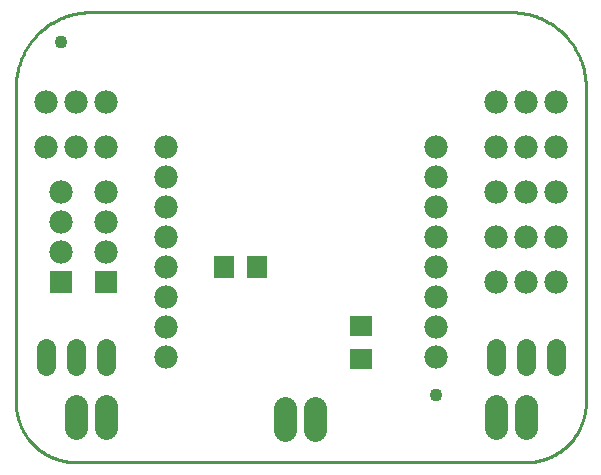
<source format=gts>
G75*
%MOIN*%
%OFA0B0*%
%FSLAX25Y25*%
%IPPOS*%
%LPD*%
%AMOC8*
5,1,8,0,0,1.08239X$1,22.5*
%
%ADD10C,0.01000*%
%ADD11C,0.07800*%
%ADD12R,0.07800X0.07800*%
%ADD13R,0.06699X0.07487*%
%ADD14C,0.07800*%
%ADD15C,0.06400*%
%ADD16R,0.07487X0.06699*%
%ADD17C,0.04337*%
D10*
X0021800Y0011250D02*
X0171800Y0011250D01*
X0172283Y0011256D01*
X0172766Y0011273D01*
X0173249Y0011303D01*
X0173730Y0011343D01*
X0174211Y0011396D01*
X0174690Y0011460D01*
X0175167Y0011535D01*
X0175643Y0011623D01*
X0176116Y0011721D01*
X0176586Y0011831D01*
X0177054Y0011952D01*
X0177519Y0012085D01*
X0177980Y0012229D01*
X0178438Y0012384D01*
X0178892Y0012550D01*
X0179342Y0012727D01*
X0179787Y0012914D01*
X0180228Y0013113D01*
X0180664Y0013321D01*
X0181094Y0013541D01*
X0181520Y0013771D01*
X0181939Y0014011D01*
X0182353Y0014261D01*
X0182760Y0014521D01*
X0183161Y0014790D01*
X0183556Y0015070D01*
X0183943Y0015358D01*
X0184324Y0015657D01*
X0184697Y0015964D01*
X0185062Y0016280D01*
X0185420Y0016605D01*
X0185770Y0016938D01*
X0186112Y0017280D01*
X0186445Y0017630D01*
X0186770Y0017988D01*
X0187086Y0018353D01*
X0187393Y0018726D01*
X0187692Y0019107D01*
X0187980Y0019494D01*
X0188260Y0019889D01*
X0188529Y0020290D01*
X0188789Y0020697D01*
X0189039Y0021111D01*
X0189279Y0021530D01*
X0189509Y0021956D01*
X0189729Y0022386D01*
X0189937Y0022822D01*
X0190136Y0023263D01*
X0190323Y0023708D01*
X0190500Y0024158D01*
X0190666Y0024612D01*
X0190821Y0025070D01*
X0190965Y0025531D01*
X0191098Y0025996D01*
X0191219Y0026464D01*
X0191329Y0026934D01*
X0191427Y0027407D01*
X0191515Y0027883D01*
X0191590Y0028360D01*
X0191654Y0028839D01*
X0191707Y0029320D01*
X0191747Y0029801D01*
X0191777Y0030284D01*
X0191794Y0030767D01*
X0191800Y0031250D01*
X0191800Y0136250D01*
X0191793Y0136854D01*
X0191771Y0137458D01*
X0191734Y0138061D01*
X0191683Y0138663D01*
X0191618Y0139263D01*
X0191538Y0139862D01*
X0191443Y0140459D01*
X0191334Y0141053D01*
X0191211Y0141645D01*
X0191074Y0142233D01*
X0190922Y0142818D01*
X0190756Y0143399D01*
X0190576Y0143975D01*
X0190383Y0144548D01*
X0190175Y0145115D01*
X0189954Y0145677D01*
X0189720Y0146234D01*
X0189472Y0146785D01*
X0189211Y0147330D01*
X0188936Y0147868D01*
X0188649Y0148400D01*
X0188349Y0148924D01*
X0188037Y0149441D01*
X0187712Y0149950D01*
X0187375Y0150452D01*
X0187025Y0150945D01*
X0186664Y0151429D01*
X0186292Y0151905D01*
X0185908Y0152371D01*
X0185513Y0152828D01*
X0185107Y0153275D01*
X0184690Y0153713D01*
X0184263Y0154140D01*
X0183825Y0154557D01*
X0183378Y0154963D01*
X0182921Y0155358D01*
X0182455Y0155742D01*
X0181979Y0156114D01*
X0181495Y0156475D01*
X0181002Y0156825D01*
X0180500Y0157162D01*
X0179991Y0157487D01*
X0179474Y0157799D01*
X0178950Y0158099D01*
X0178418Y0158386D01*
X0177880Y0158661D01*
X0177335Y0158922D01*
X0176784Y0159170D01*
X0176227Y0159404D01*
X0175665Y0159625D01*
X0175098Y0159833D01*
X0174525Y0160026D01*
X0173949Y0160206D01*
X0173368Y0160372D01*
X0172783Y0160524D01*
X0172195Y0160661D01*
X0171603Y0160784D01*
X0171009Y0160893D01*
X0170412Y0160988D01*
X0169813Y0161068D01*
X0169213Y0161133D01*
X0168611Y0161184D01*
X0168008Y0161221D01*
X0167404Y0161243D01*
X0166800Y0161250D01*
X0026800Y0161250D01*
X0026196Y0161243D01*
X0025592Y0161221D01*
X0024989Y0161184D01*
X0024387Y0161133D01*
X0023787Y0161068D01*
X0023188Y0160988D01*
X0022591Y0160893D01*
X0021997Y0160784D01*
X0021405Y0160661D01*
X0020817Y0160524D01*
X0020232Y0160372D01*
X0019651Y0160206D01*
X0019075Y0160026D01*
X0018502Y0159833D01*
X0017935Y0159625D01*
X0017373Y0159404D01*
X0016816Y0159170D01*
X0016265Y0158922D01*
X0015720Y0158661D01*
X0015182Y0158386D01*
X0014650Y0158099D01*
X0014126Y0157799D01*
X0013609Y0157487D01*
X0013100Y0157162D01*
X0012598Y0156825D01*
X0012105Y0156475D01*
X0011621Y0156114D01*
X0011145Y0155742D01*
X0010679Y0155358D01*
X0010222Y0154963D01*
X0009775Y0154557D01*
X0009337Y0154140D01*
X0008910Y0153713D01*
X0008493Y0153275D01*
X0008087Y0152828D01*
X0007692Y0152371D01*
X0007308Y0151905D01*
X0006936Y0151429D01*
X0006575Y0150945D01*
X0006225Y0150452D01*
X0005888Y0149950D01*
X0005563Y0149441D01*
X0005251Y0148924D01*
X0004951Y0148400D01*
X0004664Y0147868D01*
X0004389Y0147330D01*
X0004128Y0146785D01*
X0003880Y0146234D01*
X0003646Y0145677D01*
X0003425Y0145115D01*
X0003217Y0144548D01*
X0003024Y0143975D01*
X0002844Y0143399D01*
X0002678Y0142818D01*
X0002526Y0142233D01*
X0002389Y0141645D01*
X0002266Y0141053D01*
X0002157Y0140459D01*
X0002062Y0139862D01*
X0001982Y0139263D01*
X0001917Y0138663D01*
X0001866Y0138061D01*
X0001829Y0137458D01*
X0001807Y0136854D01*
X0001800Y0136250D01*
X0001800Y0031250D01*
X0001806Y0030767D01*
X0001823Y0030284D01*
X0001853Y0029801D01*
X0001893Y0029320D01*
X0001946Y0028839D01*
X0002010Y0028360D01*
X0002085Y0027883D01*
X0002173Y0027407D01*
X0002271Y0026934D01*
X0002381Y0026464D01*
X0002502Y0025996D01*
X0002635Y0025531D01*
X0002779Y0025070D01*
X0002934Y0024612D01*
X0003100Y0024158D01*
X0003277Y0023708D01*
X0003464Y0023263D01*
X0003663Y0022822D01*
X0003871Y0022386D01*
X0004091Y0021956D01*
X0004321Y0021530D01*
X0004561Y0021111D01*
X0004811Y0020697D01*
X0005071Y0020290D01*
X0005340Y0019889D01*
X0005620Y0019494D01*
X0005908Y0019107D01*
X0006207Y0018726D01*
X0006514Y0018353D01*
X0006830Y0017988D01*
X0007155Y0017630D01*
X0007488Y0017280D01*
X0007830Y0016938D01*
X0008180Y0016605D01*
X0008538Y0016280D01*
X0008903Y0015964D01*
X0009276Y0015657D01*
X0009657Y0015358D01*
X0010044Y0015070D01*
X0010439Y0014790D01*
X0010840Y0014521D01*
X0011247Y0014261D01*
X0011661Y0014011D01*
X0012080Y0013771D01*
X0012506Y0013541D01*
X0012936Y0013321D01*
X0013372Y0013113D01*
X0013813Y0012914D01*
X0014258Y0012727D01*
X0014708Y0012550D01*
X0015162Y0012384D01*
X0015620Y0012229D01*
X0016081Y0012085D01*
X0016546Y0011952D01*
X0017014Y0011831D01*
X0017484Y0011721D01*
X0017957Y0011623D01*
X0018433Y0011535D01*
X0018910Y0011460D01*
X0019389Y0011396D01*
X0019870Y0011343D01*
X0020351Y0011303D01*
X0020834Y0011273D01*
X0021317Y0011256D01*
X0021800Y0011250D01*
D11*
X0051800Y0046250D03*
X0051800Y0056250D03*
X0051800Y0066250D03*
X0051800Y0076250D03*
X0051800Y0086250D03*
X0051800Y0096250D03*
X0051800Y0106250D03*
X0051800Y0116250D03*
X0031800Y0116250D03*
X0021800Y0116250D03*
X0011800Y0116250D03*
X0011800Y0131250D03*
X0021800Y0131250D03*
X0031800Y0131250D03*
X0031800Y0101250D03*
X0031800Y0091250D03*
X0031800Y0081250D03*
X0016800Y0081250D03*
X0016800Y0091250D03*
X0016800Y0101250D03*
X0141800Y0096250D03*
X0141800Y0106250D03*
X0141800Y0116250D03*
X0161800Y0116250D03*
X0171800Y0116250D03*
X0181800Y0116250D03*
X0181800Y0101250D03*
X0171800Y0101250D03*
X0161800Y0101250D03*
X0161800Y0086250D03*
X0171800Y0086250D03*
X0181800Y0086250D03*
X0181800Y0071250D03*
X0171800Y0071250D03*
X0161800Y0071250D03*
X0141800Y0066250D03*
X0141800Y0056250D03*
X0141800Y0046250D03*
X0141800Y0076250D03*
X0141800Y0086250D03*
X0161800Y0131250D03*
X0171800Y0131250D03*
X0181800Y0131250D03*
D12*
X0031800Y0071250D03*
X0016800Y0071250D03*
D13*
X0071288Y0076250D03*
X0082312Y0076250D03*
D14*
X0091682Y0029438D02*
X0091682Y0022038D01*
X0101682Y0022038D02*
X0101682Y0029438D01*
X0161800Y0029950D02*
X0161800Y0022550D01*
X0171800Y0022550D02*
X0171800Y0029950D01*
X0031800Y0029950D02*
X0031800Y0022550D01*
X0021800Y0022550D02*
X0021800Y0029950D01*
D15*
X0021800Y0043250D02*
X0021800Y0049250D01*
X0011800Y0049250D02*
X0011800Y0043250D01*
X0031800Y0043250D02*
X0031800Y0049250D01*
X0161800Y0049250D02*
X0161800Y0043250D01*
X0171800Y0043250D02*
X0171800Y0049250D01*
X0181800Y0049250D02*
X0181800Y0043250D01*
D16*
X0116800Y0045738D03*
X0116800Y0056762D03*
D17*
X0141800Y0033750D03*
X0016800Y0151250D03*
M02*

</source>
